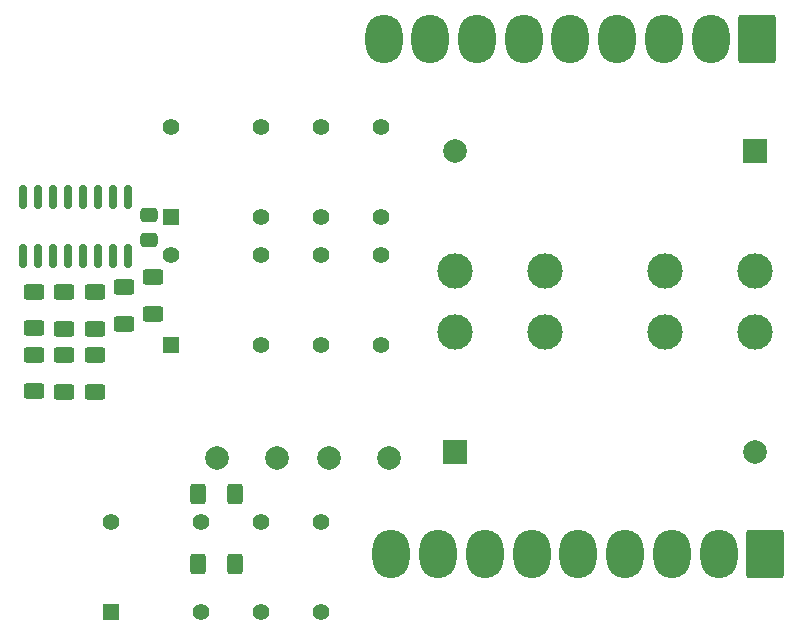
<source format=gbr>
%TF.GenerationSoftware,KiCad,Pcbnew,(6.0.8-1)-1*%
%TF.CreationDate,2022-10-16T10:23:05+02:00*%
%TF.ProjectId,HP6632B_relay_board,48503636-3332-4425-9f72-656c61795f62,rev?*%
%TF.SameCoordinates,Original*%
%TF.FileFunction,Soldermask,Bot*%
%TF.FilePolarity,Negative*%
%FSLAX46Y46*%
G04 Gerber Fmt 4.6, Leading zero omitted, Abs format (unit mm)*
G04 Created by KiCad (PCBNEW (6.0.8-1)-1) date 2022-10-16 10:23:05*
%MOMM*%
%LPD*%
G01*
G04 APERTURE LIST*
G04 Aperture macros list*
%AMRoundRect*
0 Rectangle with rounded corners*
0 $1 Rounding radius*
0 $2 $3 $4 $5 $6 $7 $8 $9 X,Y pos of 4 corners*
0 Add a 4 corners polygon primitive as box body*
4,1,4,$2,$3,$4,$5,$6,$7,$8,$9,$2,$3,0*
0 Add four circle primitives for the rounded corners*
1,1,$1+$1,$2,$3*
1,1,$1+$1,$4,$5*
1,1,$1+$1,$6,$7*
1,1,$1+$1,$8,$9*
0 Add four rect primitives between the rounded corners*
20,1,$1+$1,$2,$3,$4,$5,0*
20,1,$1+$1,$4,$5,$6,$7,0*
20,1,$1+$1,$6,$7,$8,$9,0*
20,1,$1+$1,$8,$9,$2,$3,0*%
G04 Aperture macros list end*
%ADD10C,2.000000*%
%ADD11R,1.400000X1.400000*%
%ADD12C,1.400000*%
%ADD13RoundRect,0.250000X1.330000X1.800000X-1.330000X1.800000X-1.330000X-1.800000X1.330000X-1.800000X0*%
%ADD14O,3.160000X4.100000*%
%ADD15R,2.000000X2.000000*%
%ADD16C,3.000000*%
%ADD17RoundRect,0.250000X-1.330000X-1.800000X1.330000X-1.800000X1.330000X1.800000X-1.330000X1.800000X0*%
%ADD18RoundRect,0.250000X-0.625000X0.400000X-0.625000X-0.400000X0.625000X-0.400000X0.625000X0.400000X0*%
%ADD19RoundRect,0.250000X0.400000X0.625000X-0.400000X0.625000X-0.400000X-0.625000X0.400000X-0.625000X0*%
%ADD20RoundRect,0.250000X0.625000X-0.400000X0.625000X0.400000X-0.625000X0.400000X-0.625000X-0.400000X0*%
%ADD21RoundRect,0.150000X-0.150000X0.825000X-0.150000X-0.825000X0.150000X-0.825000X0.150000X0.825000X0*%
%ADD22RoundRect,0.250000X0.475000X-0.337500X0.475000X0.337500X-0.475000X0.337500X-0.475000X-0.337500X0*%
G04 APERTURE END LIST*
D10*
%TO.C,F601*%
X113665000Y-68072000D03*
X108585000Y-68062000D03*
%TD*%
D11*
%TO.C,K601*%
X104680500Y-47670483D03*
D12*
X112300500Y-47670483D03*
X117380500Y-47670483D03*
X122460500Y-47670483D03*
X122460500Y-40050483D03*
X117380500Y-40050483D03*
X112300500Y-40050483D03*
X104680500Y-40050483D03*
%TD*%
D13*
%TO.C,J620*%
X155042000Y-76204500D03*
D14*
X151082000Y-76204500D03*
X147122000Y-76204500D03*
X143162000Y-76204500D03*
X139202000Y-76204500D03*
X135242000Y-76204500D03*
X131282000Y-76204500D03*
X127322000Y-76204500D03*
X123362000Y-76204500D03*
%TD*%
D15*
%TO.C,K604*%
X128778000Y-67604000D03*
D10*
X154178000Y-67604000D03*
D16*
X154178000Y-57444000D03*
X146558000Y-57444000D03*
X136398000Y-57444000D03*
X128778000Y-57444000D03*
%TD*%
D15*
%TO.C,K605*%
X154178000Y-42124000D03*
D10*
X128778000Y-42124000D03*
D16*
X128778000Y-52284000D03*
X136398000Y-52284000D03*
X146558000Y-52284000D03*
X154178000Y-52284000D03*
%TD*%
D11*
%TO.C,K603*%
X104680500Y-58544983D03*
D12*
X112300500Y-58544983D03*
X117380500Y-58544983D03*
X122460500Y-58544983D03*
X122460500Y-50924983D03*
X117380500Y-50924983D03*
X112300500Y-50924983D03*
X104680500Y-50924983D03*
%TD*%
D11*
%TO.C,K602*%
X99600500Y-81105500D03*
D12*
X107220500Y-81105500D03*
X112300500Y-81105500D03*
X117380500Y-81105500D03*
X117380500Y-73485500D03*
X112300500Y-73485500D03*
X107220500Y-73485500D03*
X99600500Y-73485500D03*
%TD*%
D10*
%TO.C,F602*%
X123190000Y-68072000D03*
X118110000Y-68062000D03*
%TD*%
D17*
%TO.C,J1*%
X154362000Y-32639000D03*
D14*
X150402000Y-32639000D03*
X146442000Y-32639000D03*
X142482000Y-32639000D03*
X138522000Y-32639000D03*
X134562000Y-32639000D03*
X130602000Y-32639000D03*
X126642000Y-32639000D03*
X122782000Y-32639000D03*
%TD*%
D18*
%TO.C,R606*%
X93116400Y-54025200D03*
X93116400Y-57125200D03*
%TD*%
%TO.C,R3*%
X95656400Y-59410000D03*
X95656400Y-62510000D03*
%TD*%
D19*
%TO.C,R601*%
X110135000Y-71120000D03*
X107035000Y-71120000D03*
%TD*%
D18*
%TO.C,R604*%
X98247200Y-54076000D03*
X98247200Y-57176000D03*
%TD*%
D20*
%TO.C,R5*%
X98247200Y-62510000D03*
X98247200Y-59410000D03*
%TD*%
D18*
%TO.C,R605*%
X95656400Y-54051200D03*
X95656400Y-57151200D03*
%TD*%
D21*
%TO.C,U601*%
X92151200Y-46039000D03*
X93421200Y-46039000D03*
X94691200Y-46039000D03*
X95961200Y-46039000D03*
X97231200Y-46039000D03*
X98501200Y-46039000D03*
X99771200Y-46039000D03*
X101041200Y-46039000D03*
X101041200Y-50989000D03*
X99771200Y-50989000D03*
X98501200Y-50989000D03*
X97231200Y-50989000D03*
X95961200Y-50989000D03*
X94691200Y-50989000D03*
X93421200Y-50989000D03*
X92151200Y-50989000D03*
%TD*%
D19*
%TO.C,R602*%
X110135000Y-77063600D03*
X107035000Y-77063600D03*
%TD*%
D22*
%TO.C,C1*%
X102870000Y-49602300D03*
X102870000Y-47527300D03*
%TD*%
D18*
%TO.C,R603*%
X100736400Y-53618800D03*
X100736400Y-56718800D03*
%TD*%
%TO.C,R607*%
X93116400Y-59359200D03*
X93116400Y-62459200D03*
%TD*%
D20*
%TO.C,R1*%
X103225600Y-55906000D03*
X103225600Y-52806000D03*
%TD*%
M02*

</source>
